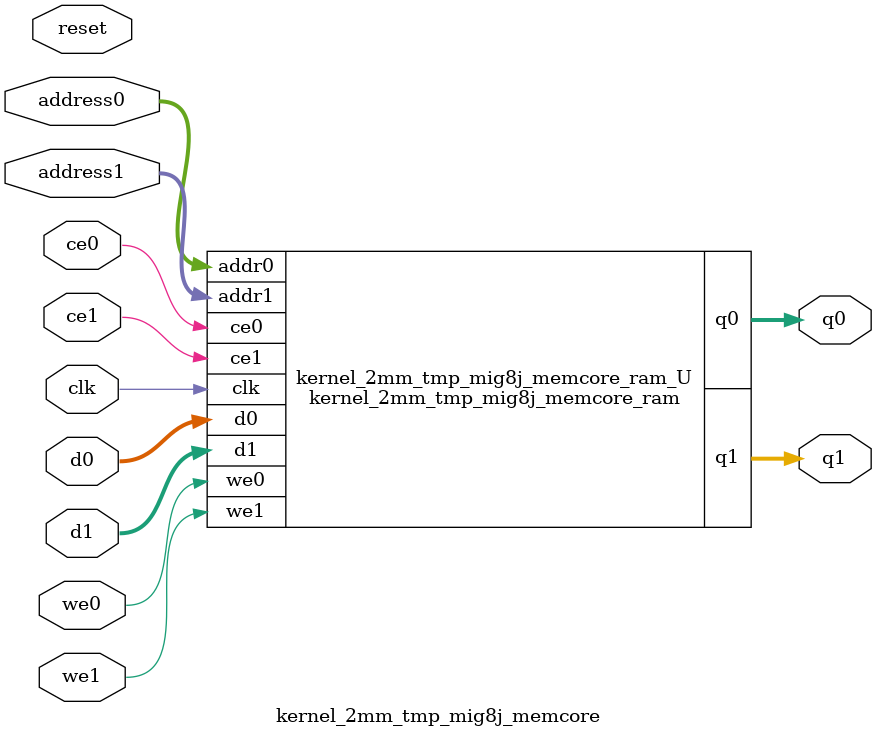
<source format=v>

`timescale 1 ns / 1 ps
module kernel_2mm_tmp_mig8j_memcore_ram (addr0, ce0, d0, we0, q0, addr1, ce1, d1, we1, q1,  clk);

parameter DWIDTH = 32;
parameter AWIDTH = 6;
parameter MEM_SIZE = 64;

input[AWIDTH-1:0] addr0;
input ce0;
input[DWIDTH-1:0] d0;
input we0;
output reg[DWIDTH-1:0] q0;
input[AWIDTH-1:0] addr1;
input ce1;
input[DWIDTH-1:0] d1;
input we1;
output reg[DWIDTH-1:0] q1;
input clk;

(* ram_style = "block" *)reg [DWIDTH-1:0] ram[0:MEM_SIZE-1];




always @(posedge clk)  
begin 
    if (ce0) 
    begin
        if (we0) 
        begin 
            ram[addr0] <= d0; 
            q0 <= d0;
        end 
        else 
            q0 <= ram[addr0];
    end
end


always @(posedge clk)  
begin 
    if (ce1) 
    begin
        if (we1) 
        begin 
            ram[addr1] <= d1; 
            q1 <= d1;
        end 
        else 
            q1 <= ram[addr1];
    end
end


endmodule


`timescale 1 ns / 1 ps
module kernel_2mm_tmp_mig8j_memcore(
    reset,
    clk,
    address0,
    ce0,
    we0,
    d0,
    q0,
    address1,
    ce1,
    we1,
    d1,
    q1);

parameter DataWidth = 32'd32;
parameter AddressRange = 32'd64;
parameter AddressWidth = 32'd6;
input reset;
input clk;
input[AddressWidth - 1:0] address0;
input ce0;
input we0;
input[DataWidth - 1:0] d0;
output[DataWidth - 1:0] q0;
input[AddressWidth - 1:0] address1;
input ce1;
input we1;
input[DataWidth - 1:0] d1;
output[DataWidth - 1:0] q1;



kernel_2mm_tmp_mig8j_memcore_ram kernel_2mm_tmp_mig8j_memcore_ram_U(
    .clk( clk ),
    .addr0( address0 ),
    .ce0( ce0 ),
    .we0( we0 ),
    .d0( d0 ),
    .q0( q0 ),
    .addr1( address1 ),
    .ce1( ce1 ),
    .we1( we1 ),
    .d1( d1 ),
    .q1( q1 ));

endmodule


</source>
